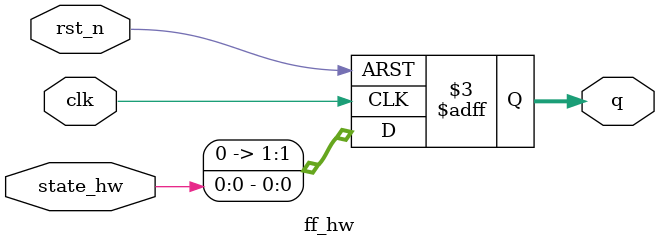
<source format=v>
module ff_hw(
  input clk, rst_n,
  input state_hw,
  output reg [1:0] q
);

always@(posedge clk or negedge rst_n)
  begin 
    if(~rst_n)
        q <= 2'b00;
    else
        q <= state_hw;
end

endmodule

</source>
